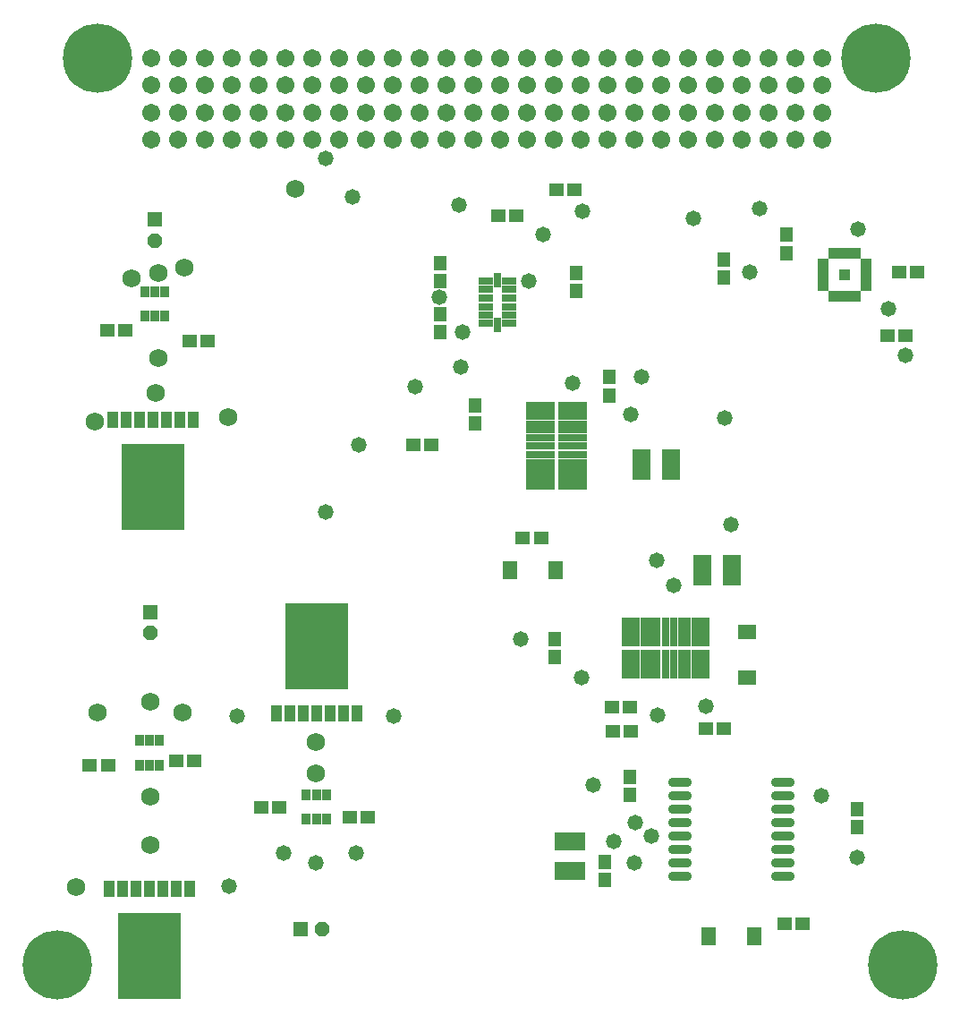
<source format=gts>
%FSLAX44Y44*%
%MOMM*%
G71*
G01*
G75*
G04 Layer_Color=8388736*
%ADD10R,5.8166X8.0010*%
%ADD11R,0.8128X1.4224*%
%ADD12R,1.1176X1.0160*%
%ADD13R,1.0160X1.1176*%
%ADD14R,0.5080X1.2192*%
%ADD15R,1.2192X0.5080*%
%ADD16R,1.2700X1.4732*%
%ADD17R,2.5500X1.5500*%
%ADD18R,2.5500X0.9500*%
%ADD19R,2.5500X0.5500*%
%ADD20R,0.6096X0.9144*%
%ADD21R,1.6002X2.7178*%
%ADD22R,1.4732X1.2700*%
%ADD23O,2.0500X0.7000*%
%ADD24R,1.5500X2.5500*%
%ADD25R,0.9500X2.5500*%
%ADD26R,0.5500X2.5500*%
%ADD27R,2.7178X1.6002*%
%ADD28R,0.8128X0.3048*%
%ADD29R,0.3048X0.8128*%
%ADD30C,0.1524*%
%ADD31C,0.8000*%
%ADD32C,0.2540*%
%ADD33C,0.1540*%
%ADD34R,1.0080X1.0080*%
%ADD35C,1.5000*%
%ADD36C,1.5240*%
%ADD37C,0.5000*%
%ADD38C,6.3500*%
%ADD39P,1.3205X8X112.5*%
%ADD40R,1.2200X1.2200*%
%ADD41P,1.3205X8X22.5*%
%ADD42R,1.2200X1.2200*%
%ADD43C,1.2700*%
%ADD44C,1.0160*%
%ADD45C,1.9160*%
G04:AMPARAMS|DCode=46|XSize=2.424mm|YSize=2.424mm|CornerRadius=0mm|HoleSize=0mm|Usage=FLASHONLY|Rotation=0.000|XOffset=0mm|YOffset=0mm|HoleType=Round|Shape=Relief|Width=0.254mm|Gap=0.254mm|Entries=4|*
%AMTHD46*
7,0,0,2.4240,1.9160,0.2540,45*
%
%ADD46THD46*%
%ADD47C,1.7780*%
G04:AMPARAMS|DCode=48|XSize=2.286mm|YSize=2.286mm|CornerRadius=0mm|HoleSize=0mm|Usage=FLASHONLY|Rotation=0.000|XOffset=0mm|YOffset=0mm|HoleType=Round|Shape=Relief|Width=0.254mm|Gap=0.254mm|Entries=4|*
%AMTHD48*
7,0,0,2.2860,1.7780,0.2540,45*
%
%ADD48THD48*%
%ADD49C,1.5160*%
G04:AMPARAMS|DCode=50|XSize=4.699mm|YSize=4.699mm|CornerRadius=0mm|HoleSize=0mm|Usage=FLASHONLY|Rotation=0.000|XOffset=0mm|YOffset=0mm|HoleType=Round|Shape=Relief|Width=0.254mm|Gap=0.254mm|Entries=4|*
%AMTHD50*
7,0,0,4.6990,4.1910,0.2540,45*
%
%ADD50THD50*%
G04:AMPARAMS|DCode=51|XSize=4.724mm|YSize=4.724mm|CornerRadius=0mm|HoleSize=0mm|Usage=FLASHONLY|Rotation=0.000|XOffset=0mm|YOffset=0mm|HoleType=Round|Shape=Relief|Width=0.254mm|Gap=0.254mm|Entries=4|*
%AMTHD51*
7,0,0,4.7240,4.2160,0.2540,45*
%
%ADD51THD51*%
%ADD52C,1.8160*%
%ADD53C,1.7272*%
G04:AMPARAMS|DCode=54|XSize=2.2352mm|YSize=2.2352mm|CornerRadius=0mm|HoleSize=0mm|Usage=FLASHONLY|Rotation=0.000|XOffset=0mm|YOffset=0mm|HoleType=Round|Shape=Relief|Width=0.254mm|Gap=0.254mm|Entries=4|*
%AMTHD54*
7,0,0,2.2352,1.7272,0.2540,45*
%
%ADD54THD54*%
%ADD55C,0.2032*%
%ADD56C,0.2500*%
%ADD57C,0.0000*%
%ADD58C,0.6000*%
%ADD59C,0.5588*%
%ADD60C,0.2000*%
%ADD61C,0.1524*%
%ADD62C,0.4064*%
%ADD63C,0.0415*%
%ADD64C,0.0762*%
%ADD65R,0.4572X0.7620*%
%ADD66R,0.9144X1.5240*%
%ADD67R,6.0198X8.2042*%
%ADD68R,1.0160X1.6256*%
%ADD69R,1.3208X1.2192*%
%ADD70R,1.2192X1.3208*%
%ADD71R,0.7112X1.4224*%
%ADD72R,1.4224X0.7112*%
%ADD73R,1.4732X1.6764*%
%ADD74R,2.7532X1.7532*%
%ADD75R,2.7532X1.1532*%
%ADD76R,2.7532X0.7532*%
%ADD77R,0.8128X1.1176*%
%ADD78R,1.8034X2.9210*%
%ADD79R,1.6764X1.4732*%
%ADD80O,2.2532X0.9032*%
%ADD81R,1.7532X2.7532*%
%ADD82R,1.1532X2.7532*%
%ADD83R,0.7532X2.7532*%
%ADD84R,2.9210X1.8034*%
%ADD85R,1.0160X0.5080*%
%ADD86R,0.5080X1.0160*%
%ADD87C,1.7032*%
%ADD88C,0.7032*%
%ADD89C,6.5532*%
%ADD90P,1.5405X8X112.5*%
%ADD91R,1.4232X1.4232*%
%ADD92P,1.5405X8X22.5*%
%ADD93R,1.4232X1.4232*%
%ADD94C,1.4732*%
D30*
X508944Y-218622D02*
D03*
X514604D02*
D03*
X520264D02*
D03*
X511774Y-221452D02*
D03*
X517434D02*
D03*
X508944Y-224282D02*
D03*
X520264D02*
D03*
X511774Y-227112D02*
D03*
X517434D02*
D03*
X508944Y-229942D02*
D03*
X514604D02*
D03*
X520264D02*
D03*
D34*
X671028Y-217384D02*
D03*
D53*
X151638Y-135636D02*
D03*
X170310Y-658970D02*
D03*
Y-688970D02*
D03*
X19402Y-329250D02*
D03*
X-38698Y-355750D02*
D03*
X87802Y-352250D02*
D03*
X21302Y-295750D02*
D03*
X21302Y-215750D02*
D03*
X46302Y-210750D02*
D03*
X-3698Y-220750D02*
D03*
X14168Y-711252D02*
D03*
X14028Y-756392D02*
D03*
X-55832Y-796252D02*
D03*
X14168Y-621252D02*
D03*
X-35832Y-631252D02*
D03*
X44168D02*
D03*
D66*
X-25111Y-798353D02*
D03*
X-12411D02*
D03*
X289D02*
D03*
X12989D02*
D03*
X25689D02*
D03*
X38389D02*
D03*
X51089D02*
D03*
X209401Y-631770D02*
D03*
X196701D02*
D03*
X184001D02*
D03*
X171301D02*
D03*
X158601D02*
D03*
X145901D02*
D03*
X133201D02*
D03*
X-21711Y-354751D02*
D03*
X-9011D02*
D03*
X3689D02*
D03*
X16389D02*
D03*
X29089D02*
D03*
X41789D02*
D03*
X54489D02*
D03*
D67*
X13028Y-861852D02*
D03*
X171310Y-568270D02*
D03*
X16402Y-418250D02*
D03*
D68*
X-25072Y-798352D02*
D03*
X-12372D02*
D03*
X328D02*
D03*
X13028D02*
D03*
X25728D02*
D03*
X38428D02*
D03*
X51128D02*
D03*
X209410Y-631770D02*
D03*
X196710D02*
D03*
X184010D02*
D03*
X171310D02*
D03*
X158610D02*
D03*
X145910D02*
D03*
X133210D02*
D03*
X-21698Y-354750D02*
D03*
X-8998D02*
D03*
X3702D02*
D03*
X16402D02*
D03*
X29102D02*
D03*
X41802D02*
D03*
X54502D02*
D03*
D69*
X728980Y-274574D02*
D03*
X711844D02*
D03*
X383794Y-465836D02*
D03*
X366658D02*
D03*
X360680Y-161798D02*
D03*
X343544D02*
D03*
X415798Y-136906D02*
D03*
X398662D02*
D03*
X540004Y-646430D02*
D03*
X557140D02*
D03*
X468122Y-626110D02*
D03*
X450986D02*
D03*
X468884Y-649478D02*
D03*
X451748D02*
D03*
X68580Y-280162D02*
D03*
X51444D02*
D03*
X-26670Y-269494D02*
D03*
X-9534D02*
D03*
X55880Y-677418D02*
D03*
X38744D02*
D03*
X-43180Y-680974D02*
D03*
X-26044D02*
D03*
X220082Y-730504D02*
D03*
X202946D02*
D03*
X118872Y-721360D02*
D03*
X136008D02*
D03*
X631444Y-831342D02*
D03*
X614308D02*
D03*
X280162Y-377952D02*
D03*
X263026D02*
D03*
X739648Y-215138D02*
D03*
X722512D02*
D03*
D70*
X416814Y-232918D02*
D03*
Y-215782D02*
D03*
X288036Y-223520D02*
D03*
Y-206384D02*
D03*
X288544Y-254508D02*
D03*
Y-271644D02*
D03*
X443992Y-772668D02*
D03*
Y-789804D02*
D03*
X396748Y-561594D02*
D03*
Y-578730D02*
D03*
X321310Y-357632D02*
D03*
Y-340496D02*
D03*
X448056Y-314198D02*
D03*
Y-331334D02*
D03*
X468122Y-692150D02*
D03*
Y-709286D02*
D03*
X683260Y-722884D02*
D03*
Y-740020D02*
D03*
X557022Y-202692D02*
D03*
Y-219828D02*
D03*
X616204Y-179578D02*
D03*
Y-196714D02*
D03*
D71*
X342646Y-264414D02*
D03*
Y-222332D02*
D03*
D72*
X353646Y-263414D02*
D03*
Y-255414D02*
D03*
Y-247414D02*
D03*
Y-239350D02*
D03*
Y-231222D02*
D03*
Y-223348D02*
D03*
X331470D02*
D03*
Y-231222D02*
D03*
Y-239350D02*
D03*
Y-247414D02*
D03*
Y-255414D02*
D03*
Y-263414D02*
D03*
D73*
X354838Y-496316D02*
D03*
X397928D02*
D03*
X585216Y-842772D02*
D03*
X542126D02*
D03*
D74*
X383526Y-412222D02*
D03*
X413526Y-346222D02*
D03*
Y-412222D02*
D03*
X383526Y-346222D02*
D03*
D75*
Y-361222D02*
D03*
Y-397222D02*
D03*
X413526D02*
D03*
Y-361222D02*
D03*
D76*
X383526Y-371222D02*
D03*
Y-379222D02*
D03*
Y-387222D02*
D03*
X413526Y-371222D02*
D03*
Y-379222D02*
D03*
Y-387222D02*
D03*
D77*
X161810Y-709286D02*
D03*
X171310D02*
D03*
X180962D02*
D03*
Y-732470D02*
D03*
X171310D02*
D03*
X161810D02*
D03*
X22668Y-680936D02*
D03*
X13168D02*
D03*
X3516D02*
D03*
Y-657752D02*
D03*
X13168D02*
D03*
X22668D02*
D03*
X27802Y-256434D02*
D03*
X18302D02*
D03*
X8650D02*
D03*
Y-233250D02*
D03*
X18302D02*
D03*
X27802D02*
D03*
D78*
X507014Y-396748D02*
D03*
X478790D02*
D03*
X536194Y-496824D02*
D03*
X564418D02*
D03*
D79*
X578866Y-597916D02*
D03*
Y-554826D02*
D03*
D80*
X612634Y-786384D02*
D03*
Y-773684D02*
D03*
Y-760984D02*
D03*
Y-748284D02*
D03*
Y-735584D02*
D03*
Y-722884D02*
D03*
Y-710184D02*
D03*
Y-697484D02*
D03*
X515634Y-786384D02*
D03*
Y-773684D02*
D03*
Y-760984D02*
D03*
Y-748284D02*
D03*
Y-735584D02*
D03*
Y-722884D02*
D03*
Y-710184D02*
D03*
Y-697484D02*
D03*
D81*
X534556Y-585244D02*
D03*
X468556Y-555244D02*
D03*
X534556D02*
D03*
X468556Y-585244D02*
D03*
D82*
X483556D02*
D03*
X519556D02*
D03*
Y-555244D02*
D03*
X483556D02*
D03*
D83*
X493556Y-585244D02*
D03*
X501556D02*
D03*
X509556D02*
D03*
X493556Y-555244D02*
D03*
X501556D02*
D03*
X509556D02*
D03*
D84*
X410972Y-781558D02*
D03*
Y-753334D02*
D03*
D85*
X651002Y-229924D02*
D03*
Y-224924D02*
D03*
Y-219924D02*
D03*
Y-214884D02*
D03*
Y-209804D02*
D03*
Y-204724D02*
D03*
X691068D02*
D03*
Y-209804D02*
D03*
Y-214884D02*
D03*
Y-219924D02*
D03*
Y-224924D02*
D03*
Y-229924D02*
D03*
D86*
X658368Y-197358D02*
D03*
X663448D02*
D03*
X668528D02*
D03*
X673568D02*
D03*
X678568D02*
D03*
X683568D02*
D03*
Y-237424D02*
D03*
X678568D02*
D03*
X673568D02*
D03*
X668528D02*
D03*
X663448D02*
D03*
X658368D02*
D03*
D87*
X650240Y-12700D02*
D03*
X624840D02*
D03*
X599440D02*
D03*
X574040D02*
D03*
X548640D02*
D03*
X523240D02*
D03*
X497840D02*
D03*
X472440D02*
D03*
X447040D02*
D03*
X421640D02*
D03*
X396240D02*
D03*
X370840D02*
D03*
X345440D02*
D03*
X320040D02*
D03*
X294640D02*
D03*
X269240D02*
D03*
X243840D02*
D03*
X218440D02*
D03*
X193040D02*
D03*
X167640D02*
D03*
X142240D02*
D03*
X116840D02*
D03*
X91440D02*
D03*
X66040D02*
D03*
X40640D02*
D03*
X650240Y-38100D02*
D03*
X624840D02*
D03*
X599440D02*
D03*
X574040D02*
D03*
X548640D02*
D03*
X523240D02*
D03*
X497840D02*
D03*
X472440D02*
D03*
X447040D02*
D03*
X421640D02*
D03*
X396240D02*
D03*
X370840D02*
D03*
X345440D02*
D03*
X320040D02*
D03*
X294640D02*
D03*
X269240D02*
D03*
X243840D02*
D03*
X218440D02*
D03*
X193040D02*
D03*
X167640D02*
D03*
X142240D02*
D03*
X116840D02*
D03*
X91440D02*
D03*
X66040D02*
D03*
X40640D02*
D03*
X15240D02*
D03*
Y-12700D02*
D03*
X649986Y-63754D02*
D03*
X624586D02*
D03*
X599186D02*
D03*
X573786D02*
D03*
X548386D02*
D03*
X522986D02*
D03*
X497586D02*
D03*
X472186D02*
D03*
X446786D02*
D03*
X421386D02*
D03*
X395986D02*
D03*
X370586D02*
D03*
X345186D02*
D03*
X319786D02*
D03*
X294386D02*
D03*
X268986D02*
D03*
X243586D02*
D03*
X218186D02*
D03*
X192786D02*
D03*
X167386D02*
D03*
X141986D02*
D03*
X116586D02*
D03*
X91186D02*
D03*
X65786D02*
D03*
X40386D02*
D03*
X649986Y-89154D02*
D03*
X624586D02*
D03*
X599186D02*
D03*
X573786D02*
D03*
X548386D02*
D03*
X522986D02*
D03*
X497586D02*
D03*
X472186D02*
D03*
X446786D02*
D03*
X421386D02*
D03*
X395986D02*
D03*
X370586D02*
D03*
X345186D02*
D03*
X319786D02*
D03*
X294386D02*
D03*
X268986D02*
D03*
X243586D02*
D03*
X218186D02*
D03*
X192786D02*
D03*
X167386D02*
D03*
X141986D02*
D03*
X116586D02*
D03*
X91186D02*
D03*
X65786D02*
D03*
X40386D02*
D03*
X14986D02*
D03*
Y-63754D02*
D03*
D88*
X15151Y-38050D02*
D03*
Y-88850D02*
D03*
D89*
X700952Y-12650D02*
D03*
X-73748Y-869950D02*
D03*
X726351D02*
D03*
X-35649Y-12650D02*
D03*
D90*
X176310Y-835970D02*
D03*
D91*
X156310D02*
D03*
D92*
X14168Y-556252D02*
D03*
X18302Y-184750D02*
D03*
D93*
X14168Y-536252D02*
D03*
X18302Y-164750D02*
D03*
D94*
X88268Y-795352D02*
D03*
X712216Y-249682D02*
D03*
X683568Y-174044D02*
D03*
X591058Y-154432D02*
D03*
X728980Y-293878D02*
D03*
X479298Y-313944D02*
D03*
X527812Y-164084D02*
D03*
X581406Y-214630D02*
D03*
X309626Y-271644D02*
D03*
X306324Y-150994D02*
D03*
X287528Y-238252D02*
D03*
X683260Y-768350D02*
D03*
X433324Y-700024D02*
D03*
X563656Y-453390D02*
D03*
X413526Y-320054D02*
D03*
X540004Y-625094D02*
D03*
X422148Y-598424D02*
D03*
X364744Y-561594D02*
D03*
X648716Y-710184D02*
D03*
X493014Y-487426D02*
D03*
X469138Y-349250D02*
D03*
X488442Y-748284D02*
D03*
X493776Y-633984D02*
D03*
X265050Y-323470D02*
D03*
X307848Y-304546D02*
D03*
X211582Y-378460D02*
D03*
X452882Y-753618D02*
D03*
X471932Y-773684D02*
D03*
X205232Y-144018D02*
D03*
X140310Y-763970D02*
D03*
X208462D02*
D03*
X170310Y-773970D02*
D03*
X244510Y-634770D02*
D03*
X96110D02*
D03*
X180086Y-106934D02*
D03*
Y-441706D02*
D03*
X385826Y-179324D02*
D03*
X472694Y-735584D02*
D03*
X509556Y-511080D02*
D03*
X558038Y-353060D02*
D03*
X372618Y-223266D02*
D03*
X422656Y-157480D02*
D03*
M02*

</source>
